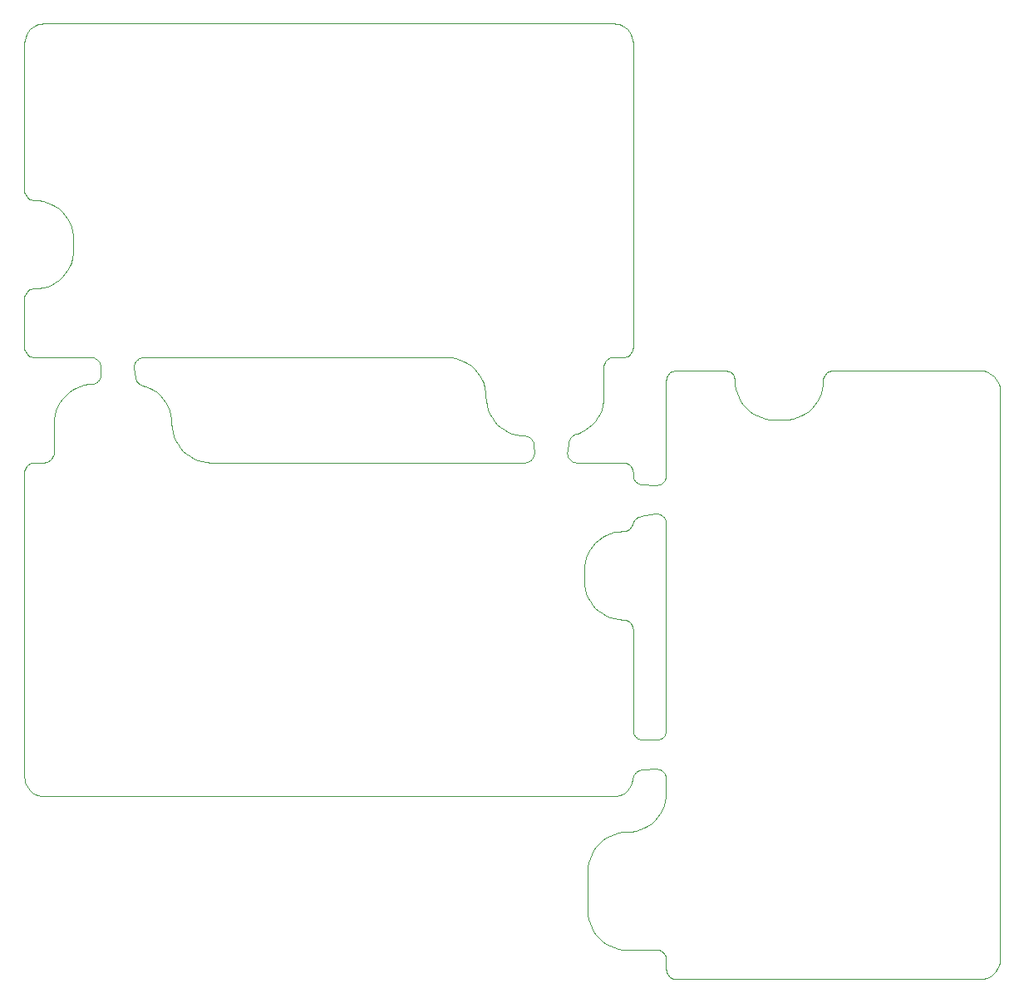
<source format=gko>
%MOIN*%
%OFA0B0*%
%FSLAX44Y44*%
%IPPOS*%
%LPD*%
%ADD10C,0*%
D10*
X00025734Y00018272D02*
X00025734Y00018272D01*
X00025734Y00009989D01*
X00025733Y00009958D01*
X00025729Y00009927D01*
X00025723Y00009897D01*
X00025714Y00009867D01*
X00025704Y00009838D01*
X00025691Y00009810D01*
X00025675Y00009783D01*
X00025658Y00009757D01*
X00025639Y00009733D01*
X00025618Y00009710D01*
X00025595Y00009689D01*
X00025571Y00009670D01*
X00025545Y00009653D01*
X00025518Y00009638D01*
X00025490Y00009625D01*
X00025461Y00009614D01*
X00025431Y00009606D01*
X00025400Y00009600D01*
X00025370Y00009596D01*
X00025339Y00009595D01*
X00024801Y00009597D01*
X00024770Y00009598D01*
X00024739Y00009602D01*
X00024709Y00009608D01*
X00024679Y00009617D01*
X00024650Y00009627D01*
X00024622Y00009640D01*
X00024595Y00009655D01*
X00024570Y00009673D01*
X00024546Y00009692D01*
X00024523Y00009713D01*
X00024502Y00009735D01*
X00024483Y00009760D01*
X00024466Y00009785D01*
X00024451Y00009812D01*
X00024438Y00009840D01*
X00024427Y00009869D01*
X00024419Y00009899D01*
X00024413Y00009929D01*
X00024409Y00009960D01*
X00024408Y00009991D01*
X00024408Y00014029D01*
X00024403Y00014091D01*
X00024389Y00014151D01*
X00024365Y00014208D01*
X00024333Y00014260D01*
X00024293Y00014307D01*
X00024246Y00014348D01*
X00024193Y00014380D01*
X00024136Y00014403D01*
X00024076Y00014418D01*
X00024014Y00014423D01*
X00023838Y00014433D01*
X00023664Y00014462D01*
X00023494Y00014511D01*
X00023331Y00014579D01*
X00023177Y00014664D01*
X00023033Y00014766D01*
X00022901Y00014884D01*
X00022783Y00015016D01*
X00022681Y00015160D01*
X00022596Y00015314D01*
X00022528Y00015477D01*
X00022479Y00015647D01*
X00022450Y00015821D01*
X00022440Y00015998D01*
X00022440Y00016391D01*
X00022450Y00016568D01*
X00022479Y00016742D01*
X00022528Y00016911D01*
X00022596Y00017075D01*
X00022681Y00017229D01*
X00022783Y00017373D01*
X00022901Y00017505D01*
X00023033Y00017622D01*
X00023177Y00017725D01*
X00023331Y00017810D01*
X00023494Y00017878D01*
X00023664Y00017927D01*
X00023838Y00017956D01*
X00024014Y00017966D01*
X00024076Y00017971D01*
X00024136Y00017985D01*
X00024193Y00018009D01*
X00024246Y00018041D01*
X00024293Y00018081D01*
X00024333Y00018128D01*
X00024365Y00018181D01*
X00024389Y00018238D01*
X00024395Y00018266D01*
X00024401Y00018288D01*
X00024409Y00018309D01*
X00024417Y00018331D01*
X00024427Y00018351D01*
X00024438Y00018371D01*
X00024450Y00018391D01*
X00024463Y00018409D01*
X00024477Y00018427D01*
X00024493Y00018444D01*
X00024509Y00018461D01*
X00024526Y00018476D01*
X00024544Y00018490D01*
X00024563Y00018503D01*
X00024582Y00018515D01*
X00024602Y00018526D01*
X00024623Y00018535D01*
X00024644Y00018544D01*
X00024666Y00018551D01*
X00024688Y00018557D01*
X00024711Y00018561D01*
X00025272Y00018660D01*
X00025306Y00018664D01*
X00025341Y00018665D01*
X00025375Y00018664D01*
X00025409Y00018659D01*
X00025442Y00018652D01*
X00025475Y00018642D01*
X00025507Y00018628D01*
X00025537Y00018613D01*
X00025566Y00018594D01*
X00025593Y00018573D01*
X00025619Y00018550D01*
X00025642Y00018525D01*
X00025663Y00018497D01*
X00025681Y00018468D01*
X00025697Y00018438D01*
X00025710Y00018406D01*
X00025720Y00018374D01*
X00025728Y00018340D01*
X00025732Y00018306D01*
X00025734Y00018272D01*
X00025734Y00008035D02*
X00025734Y00008035D01*
X00025734Y00007479D01*
X00025724Y00007303D01*
X00025694Y00007129D01*
X00025645Y00006959D01*
X00025578Y00006796D01*
X00025492Y00006641D01*
X00025390Y00006497D01*
X00025273Y00006365D01*
X00025141Y00006248D01*
X00024997Y00006146D01*
X00024842Y00006060D01*
X00024679Y00005993D01*
X00024509Y00005944D01*
X00024335Y00005914D01*
X00024159Y00005904D01*
X00023983Y00005894D01*
X00023809Y00005865D01*
X00023639Y00005816D01*
X00023476Y00005748D01*
X00023321Y00005663D01*
X00023177Y00005561D01*
X00023045Y00005443D01*
X00022928Y00005311D01*
X00022826Y00005167D01*
X00022740Y00005013D01*
X00022673Y00004850D01*
X00022624Y00004680D01*
X00022594Y00004506D01*
X00022584Y00004329D01*
X00022584Y00002755D01*
X00022594Y00002578D01*
X00022624Y00002404D01*
X00022673Y00002234D01*
X00022740Y00002071D01*
X00022826Y00001917D01*
X00022928Y00001773D01*
X00023045Y00001641D01*
X00023177Y00001523D01*
X00023321Y00001421D01*
X00023476Y00001336D01*
X00023639Y00001268D01*
X00023809Y00001219D01*
X00023983Y00001190D01*
X00024159Y00001180D01*
X00025340Y00001180D01*
X00025402Y00001175D01*
X00025462Y00001161D01*
X00025519Y00001137D01*
X00025571Y00001105D01*
X00025618Y00001065D01*
X00025659Y00001018D01*
X00025691Y00000965D01*
X00025714Y00000908D01*
X00025729Y00000848D01*
X00025734Y00000786D01*
X00025734Y00000392D01*
X00025739Y00000331D01*
X00025753Y00000271D01*
X00025777Y00000214D01*
X00025809Y00000161D01*
X00025849Y00000114D01*
X00025896Y00000074D01*
X00025949Y00000042D01*
X00026006Y00000018D01*
X00026066Y00000004D01*
X00026127Y00000000D01*
X00038332Y00000000D01*
X00038455Y00000008D01*
X00038575Y00000037D01*
X00038690Y00000085D01*
X00038795Y00000149D01*
X00038889Y00000229D01*
X00038969Y00000323D01*
X00039034Y00000429D01*
X00039081Y00000543D01*
X00039110Y00000663D01*
X00039120Y00000786D01*
X00039120Y00023621D01*
X00039110Y00023744D01*
X00039081Y00023864D01*
X00039034Y00023978D01*
X00038969Y00024084D01*
X00038889Y00024178D01*
X00038795Y00024258D01*
X00038690Y00024322D01*
X00038575Y00024370D01*
X00038455Y00024398D01*
X00038332Y00024408D01*
X00032427Y00024408D01*
X00032365Y00024403D01*
X00032305Y00024389D01*
X00032248Y00024365D01*
X00032195Y00024333D01*
X00032148Y00024293D01*
X00032108Y00024246D01*
X00032076Y00024193D01*
X00032052Y00024136D01*
X00032038Y00024076D01*
X00032033Y00024014D01*
X00032023Y00023838D01*
X00031993Y00023664D01*
X00031945Y00023494D01*
X00031877Y00023331D01*
X00031792Y00023177D01*
X00031689Y00023033D01*
X00031572Y00022901D01*
X00031440Y00022783D01*
X00031296Y00022681D01*
X00031141Y00022596D01*
X00030978Y00022528D01*
X00030809Y00022479D01*
X00030634Y00022450D01*
X00030458Y00022440D01*
X00030064Y00022440D01*
X00029888Y00022450D01*
X00029714Y00022479D01*
X00029544Y00022528D01*
X00029381Y00022596D01*
X00029227Y00022681D01*
X00029083Y00022783D01*
X00028951Y00022901D01*
X00028833Y00023033D01*
X00028731Y00023177D01*
X00028646Y00023331D01*
X00028578Y00023494D01*
X00028529Y00023664D01*
X00028500Y00023838D01*
X00028490Y00024014D01*
X00028485Y00024076D01*
X00028470Y00024136D01*
X00028447Y00024193D01*
X00028414Y00024246D01*
X00028374Y00024293D01*
X00028327Y00024333D01*
X00028275Y00024365D01*
X00028218Y00024389D01*
X00028158Y00024403D01*
X00028096Y00024408D01*
X00026127Y00024408D01*
X00026066Y00024403D01*
X00026006Y00024389D01*
X00025949Y00024365D01*
X00025896Y00024333D01*
X00025849Y00024293D01*
X00025809Y00024246D01*
X00025777Y00024193D01*
X00025753Y00024136D01*
X00025739Y00024076D01*
X00025734Y00024014D01*
X00025734Y00020212D01*
X00025732Y00020181D01*
X00025729Y00020149D01*
X00025722Y00020119D01*
X00025714Y00020088D01*
X00025703Y00020059D01*
X00025689Y00020030D01*
X00025674Y00020003D01*
X00025656Y00019977D01*
X00025636Y00019953D01*
X00025615Y00019930D01*
X00025591Y00019909D01*
X00025566Y00019890D01*
X00025540Y00019873D01*
X00025512Y00019858D01*
X00025483Y00019845D01*
X00025453Y00019835D01*
X00025423Y00019827D01*
X00025392Y00019822D01*
X00025361Y00019819D01*
X00025329Y00019818D01*
X00024791Y00019833D01*
X00024761Y00019835D01*
X00024731Y00019840D01*
X00024701Y00019846D01*
X00024672Y00019855D01*
X00024644Y00019866D01*
X00024616Y00019879D01*
X00024590Y00019895D01*
X00024565Y00019912D01*
X00024542Y00019931D01*
X00024520Y00019952D01*
X00024499Y00019975D01*
X00024481Y00019999D01*
X00024464Y00020024D01*
X00024450Y00020051D01*
X00024437Y00020079D01*
X00024427Y00020107D01*
X00024419Y00020136D01*
X00024413Y00020166D01*
X00024409Y00020196D01*
X00024408Y00020227D01*
X00024408Y00020328D01*
X00024403Y00020390D01*
X00024389Y00020450D01*
X00024365Y00020507D01*
X00024333Y00020560D01*
X00024293Y00020607D01*
X00024246Y00020647D01*
X00024193Y00020679D01*
X00024136Y00020703D01*
X00024076Y00020717D01*
X00024014Y00020722D01*
X00022160Y00020722D01*
X00022126Y00020723D01*
X00022092Y00020728D01*
X00022059Y00020735D01*
X00022027Y00020745D01*
X00021995Y00020758D01*
X00021965Y00020774D01*
X00021936Y00020792D01*
X00021909Y00020813D01*
X00021883Y00020836D01*
X00021860Y00020861D01*
X00021839Y00020887D01*
X00021821Y00020916D01*
X00021805Y00020946D01*
X00021791Y00020978D01*
X00021781Y00021010D01*
X00021773Y00021043D01*
X00021768Y00021077D01*
X00021767Y00021111D01*
X00021768Y00021145D01*
X00021772Y00021179D01*
X00021832Y00021552D01*
X00021837Y00021574D01*
X00021842Y00021596D01*
X00021849Y00021617D01*
X00021856Y00021638D01*
X00021865Y00021658D01*
X00021875Y00021678D01*
X00021887Y00021697D01*
X00021899Y00021715D01*
X00021912Y00021733D01*
X00021926Y00021750D01*
X00021942Y00021766D01*
X00021958Y00021782D01*
X00021975Y00021796D01*
X00021992Y00021810D01*
X00022011Y00021822D01*
X00022030Y00021833D01*
X00022050Y00021843D01*
X00022070Y00021853D01*
X00022091Y00021860D01*
X00022112Y00021867D01*
X00022174Y00021885D01*
X00022337Y00021953D01*
X00022492Y00022038D01*
X00022636Y00022140D01*
X00022767Y00022258D01*
X00022885Y00022390D01*
X00022987Y00022534D01*
X00023073Y00022688D01*
X00023140Y00022851D01*
X00023189Y00023021D01*
X00023219Y00023195D01*
X00023229Y00023372D01*
X00023229Y00024553D01*
X00023233Y00024614D01*
X00023248Y00024674D01*
X00023272Y00024731D01*
X00023304Y00024784D01*
X00023344Y00024831D01*
X00023391Y00024871D01*
X00023444Y00024903D01*
X00023501Y00024927D01*
X00023561Y00024941D01*
X00023622Y00024946D01*
X00024016Y00024946D01*
X00024078Y00024951D01*
X00024138Y00024966D01*
X00024195Y00024989D01*
X00024247Y00025022D01*
X00024294Y00025062D01*
X00024335Y00025109D01*
X00024367Y00025161D01*
X00024390Y00025218D01*
X00024405Y00025278D01*
X00024410Y00025340D01*
X00024410Y00037545D01*
X00024400Y00037668D01*
X00024371Y00037788D01*
X00024324Y00037902D01*
X00024259Y00038008D01*
X00024179Y00038102D01*
X00024085Y00038182D01*
X00023980Y00038246D01*
X00023866Y00038294D01*
X00023746Y00038322D01*
X00023622Y00038332D01*
X00000788Y00038332D01*
X00000665Y00038322D01*
X00000544Y00038294D01*
X00000430Y00038246D01*
X00000325Y00038182D01*
X00000231Y00038102D01*
X00000151Y00038008D01*
X00000086Y00037902D01*
X00000039Y00037788D01*
X00000010Y00037668D01*
X00000000Y00037545D01*
X00000000Y00031639D01*
X00000005Y00031578D01*
X00000020Y00031518D01*
X00000043Y00031461D01*
X00000075Y00031408D01*
X00000116Y00031361D01*
X00000163Y00031321D01*
X00000215Y00031288D01*
X00000272Y00031265D01*
X00000332Y00031250D01*
X00000394Y00031246D01*
X00000570Y00031236D01*
X00000744Y00031206D01*
X00000914Y00031157D01*
X00001077Y00031090D01*
X00001232Y00031004D01*
X00001376Y00030902D01*
X00001508Y00030784D01*
X00001625Y00030653D01*
X00001727Y00030509D01*
X00001813Y00030354D01*
X00001880Y00030191D01*
X00001929Y00030021D01*
X00001959Y00029847D01*
X00001969Y00029671D01*
X00001969Y00029277D01*
X00001959Y00029101D01*
X00001929Y00028927D01*
X00001880Y00028757D01*
X00001813Y00028594D01*
X00001727Y00028439D01*
X00001625Y00028295D01*
X00001508Y00028164D01*
X00001376Y00028046D01*
X00001232Y00027944D01*
X00001077Y00027858D01*
X00000914Y00027791D01*
X00000744Y00027742D01*
X00000570Y00027712D01*
X00000394Y00027702D01*
X00000332Y00027697D01*
X00000272Y00027683D01*
X00000215Y00027659D01*
X00000163Y00027627D01*
X00000116Y00027587D01*
X00000075Y00027540D01*
X00000043Y00027487D01*
X00000020Y00027430D01*
X00000005Y00027370D01*
X00000000Y00027309D01*
X00000000Y00025340D01*
X00000005Y00025278D01*
X00000020Y00025218D01*
X00000043Y00025161D01*
X00000075Y00025109D01*
X00000116Y00025062D01*
X00000163Y00025022D01*
X00000215Y00024989D01*
X00000272Y00024966D01*
X00000332Y00024951D01*
X00000394Y00024946D01*
X00002661Y00024946D01*
X00002692Y00024945D01*
X00002722Y00024942D01*
X00002752Y00024936D01*
X00002782Y00024927D01*
X00002810Y00024917D01*
X00002838Y00024904D01*
X00002865Y00024890D01*
X00002891Y00024873D01*
X00002915Y00024854D01*
X00002937Y00024833D01*
X00002958Y00024811D01*
X00002977Y00024787D01*
X00002995Y00024762D01*
X00003010Y00024735D01*
X00003023Y00024708D01*
X00003034Y00024679D01*
X00003043Y00024650D01*
X00003049Y00024620D01*
X00003053Y00024590D01*
X00003055Y00024559D01*
X00003060Y00024267D01*
X00003059Y00024237D01*
X00003056Y00024207D01*
X00003051Y00024178D01*
X00003043Y00024148D01*
X00003034Y00024120D01*
X00003022Y00024092D01*
X00003008Y00024065D01*
X00002992Y00024040D01*
X00002974Y00024016D01*
X00002954Y00023993D01*
X00002933Y00023972D01*
X00002910Y00023952D01*
X00002886Y00023934D01*
X00002860Y00023918D01*
X00002833Y00023905D01*
X00002806Y00023893D01*
X00002777Y00023883D01*
X00002748Y00023876D01*
X00002718Y00023871D01*
X00002688Y00023868D01*
X00002578Y00023862D01*
X00002404Y00023832D01*
X00002234Y00023783D01*
X00002071Y00023716D01*
X00001917Y00023630D01*
X00001773Y00023528D01*
X00001641Y00023410D01*
X00001523Y00023279D01*
X00001421Y00023135D01*
X00001336Y00022980D01*
X00001268Y00022817D01*
X00001219Y00022647D01*
X00001190Y00022473D01*
X00001180Y00022297D01*
X00001180Y00021116D01*
X00001175Y00021054D01*
X00001161Y00020994D01*
X00001137Y00020937D01*
X00001105Y00020884D01*
X00001065Y00020837D01*
X00001018Y00020797D01*
X00000965Y00020765D01*
X00000908Y00020741D01*
X00000848Y00020727D01*
X00000786Y00020722D01*
X00000392Y00020722D01*
X00000331Y00020717D01*
X00000271Y00020703D01*
X00000214Y00020679D01*
X00000161Y00020647D01*
X00000114Y00020607D01*
X00000074Y00020560D01*
X00000042Y00020507D01*
X00000018Y00020450D01*
X00000004Y00020390D01*
X00000000Y00020328D01*
X00000000Y00008124D01*
X00000008Y00008000D01*
X00000037Y00007880D01*
X00000085Y00007766D01*
X00000149Y00007661D01*
X00000229Y00007567D01*
X00000323Y00007486D01*
X00000429Y00007422D01*
X00000543Y00007375D01*
X00000663Y00007346D01*
X00000786Y00007336D01*
X00023621Y00007336D01*
X00023744Y00007346D01*
X00023864Y00007375D01*
X00023978Y00007422D01*
X00024084Y00007486D01*
X00024178Y00007567D01*
X00024258Y00007661D01*
X00024322Y00007766D01*
X00024370Y00007880D01*
X00024398Y00008000D01*
X00024401Y00008038D01*
X00024405Y00008066D01*
X00024410Y00008094D01*
X00024417Y00008122D01*
X00024426Y00008149D01*
X00024438Y00008175D01*
X00024450Y00008200D01*
X00024465Y00008224D01*
X00024482Y00008247D01*
X00024500Y00008269D01*
X00024519Y00008290D01*
X00024540Y00008309D01*
X00024563Y00008326D01*
X00024586Y00008342D01*
X00024611Y00008356D01*
X00024636Y00008368D01*
X00024663Y00008379D01*
X00024690Y00008387D01*
X00024717Y00008394D01*
X00024745Y00008398D01*
X00024774Y00008401D01*
X00025320Y00008429D01*
X00025352Y00008429D01*
X00025384Y00008427D01*
X00025415Y00008422D01*
X00025446Y00008415D01*
X00025477Y00008405D01*
X00025506Y00008392D01*
X00025534Y00008378D01*
X00025562Y00008361D01*
X00025587Y00008342D01*
X00025611Y00008321D01*
X00025633Y00008298D01*
X00025654Y00008273D01*
X00025672Y00008247D01*
X00025688Y00008220D01*
X00025702Y00008191D01*
X00025713Y00008161D01*
X00025722Y00008130D01*
X00025729Y00008099D01*
X00025732Y00008067D01*
X00025734Y00008035D01*
X00004733Y00023817D02*
X00004733Y00023817D01*
X00004711Y00023824D01*
X00004690Y00023832D01*
X00004670Y00023841D01*
X00004650Y00023851D01*
X00004630Y00023863D01*
X00004612Y00023876D01*
X00004594Y00023889D01*
X00004577Y00023904D01*
X00004560Y00023920D01*
X00004545Y00023936D01*
X00004531Y00023953D01*
X00004517Y00023972D01*
X00004505Y00023991D01*
X00004494Y00024010D01*
X00004484Y00024030D01*
X00004475Y00024051D01*
X00004468Y00024072D01*
X00004461Y00024094D01*
X00004456Y00024116D01*
X00004452Y00024138D01*
X00004399Y00024495D01*
X00004396Y00024529D01*
X00004395Y00024563D01*
X00004398Y00024596D01*
X00004403Y00024630D01*
X00004411Y00024663D01*
X00004422Y00024695D01*
X00004435Y00024726D01*
X00004451Y00024755D01*
X00004470Y00024783D01*
X00004491Y00024810D01*
X00004514Y00024835D01*
X00004539Y00024857D01*
X00004566Y00024877D01*
X00004595Y00024895D01*
X00004625Y00024911D01*
X00004656Y00024923D01*
X00004689Y00024933D01*
X00004722Y00024941D01*
X00004755Y00024945D01*
X00004789Y00024946D01*
X00016929Y00024946D01*
X00017106Y00024936D01*
X00017280Y00024907D01*
X00017450Y00024858D01*
X00017613Y00024790D01*
X00017767Y00024705D01*
X00017911Y00024603D01*
X00018043Y00024485D01*
X00018161Y00024353D01*
X00018263Y00024209D01*
X00018348Y00024055D01*
X00018416Y00023892D01*
X00018465Y00023722D01*
X00018494Y00023548D01*
X00018504Y00023372D01*
X00018514Y00023195D01*
X00018544Y00023021D01*
X00018593Y00022851D01*
X00018660Y00022688D01*
X00018746Y00022534D01*
X00018848Y00022390D01*
X00018965Y00022258D01*
X00019097Y00022140D01*
X00019241Y00022038D01*
X00019396Y00021953D01*
X00019559Y00021885D01*
X00019729Y00021836D01*
X00019903Y00021807D01*
X00020057Y00021798D01*
X00020086Y00021795D01*
X00020115Y00021790D01*
X00020143Y00021784D01*
X00020170Y00021775D01*
X00020197Y00021764D01*
X00020223Y00021751D01*
X00020248Y00021736D01*
X00020272Y00021720D01*
X00020294Y00021702D01*
X00020315Y00021682D01*
X00020335Y00021660D01*
X00020353Y00021638D01*
X00020369Y00021614D01*
X00020383Y00021589D01*
X00020396Y00021563D01*
X00020407Y00021536D01*
X00020415Y00021508D01*
X00020422Y00021480D01*
X00020426Y00021451D01*
X00020429Y00021423D01*
X00020442Y00021133D01*
X00020442Y00021102D01*
X00020439Y00021070D01*
X00020434Y00021038D01*
X00020427Y00021008D01*
X00020417Y00020977D01*
X00020405Y00020948D01*
X00020390Y00020920D01*
X00020373Y00020893D01*
X00020354Y00020867D01*
X00020333Y00020844D01*
X00020310Y00020822D01*
X00020285Y00020801D01*
X00020259Y00020783D01*
X00020232Y00020767D01*
X00020203Y00020754D01*
X00020173Y00020742D01*
X00020143Y00020733D01*
X00020112Y00020727D01*
X00020080Y00020723D01*
X00020048Y00020722D01*
X00007479Y00020722D01*
X00007303Y00020732D01*
X00007129Y00020761D01*
X00006959Y00020810D01*
X00006796Y00020878D01*
X00006641Y00020963D01*
X00006497Y00021066D01*
X00006365Y00021183D01*
X00006248Y00021315D01*
X00006146Y00021459D01*
X00006060Y00021613D01*
X00005993Y00021777D01*
X00005944Y00021946D01*
X00005914Y00022120D01*
X00005904Y00022297D01*
X00005894Y00022473D01*
X00005865Y00022647D01*
X00005816Y00022817D01*
X00005748Y00022980D01*
X00005663Y00023135D01*
X00005561Y00023279D01*
X00005443Y00023410D01*
X00005311Y00023528D01*
X00005167Y00023630D01*
X00005013Y00023716D01*
X00004850Y00023783D01*
X00004733Y00023817D01*
M02*
</source>
